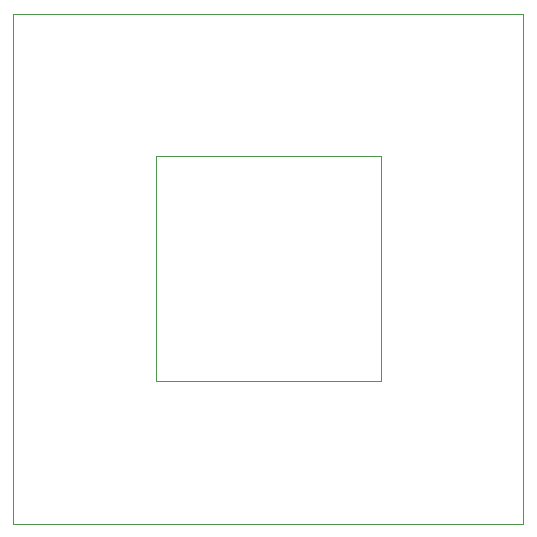
<source format=gbr>
G04 (created by PCBNEW (2013-07-07 BZR 4022)-stable) date 12/17/2014 5:13:16 PM*
%MOIN*%
G04 Gerber Fmt 3.4, Leading zero omitted, Abs format*
%FSLAX34Y34*%
G01*
G70*
G90*
G04 APERTURE LIST*
%ADD10C,0.00590551*%
%ADD11C,0.00393701*%
G04 APERTURE END LIST*
G54D10*
G54D11*
X83250Y-55250D02*
X77250Y-55250D01*
X83250Y-47750D02*
X83250Y-55250D01*
X75750Y-47750D02*
X83250Y-47750D01*
X75750Y-55250D02*
X75750Y-47750D01*
X77250Y-55250D02*
X75750Y-55250D01*
X71000Y-43000D02*
X71000Y-51500D01*
X88000Y-43000D02*
X71000Y-43000D01*
X88000Y-60000D02*
X88000Y-43000D01*
X71000Y-60000D02*
X88000Y-60000D01*
X71000Y-51500D02*
X71000Y-60000D01*
M02*

</source>
